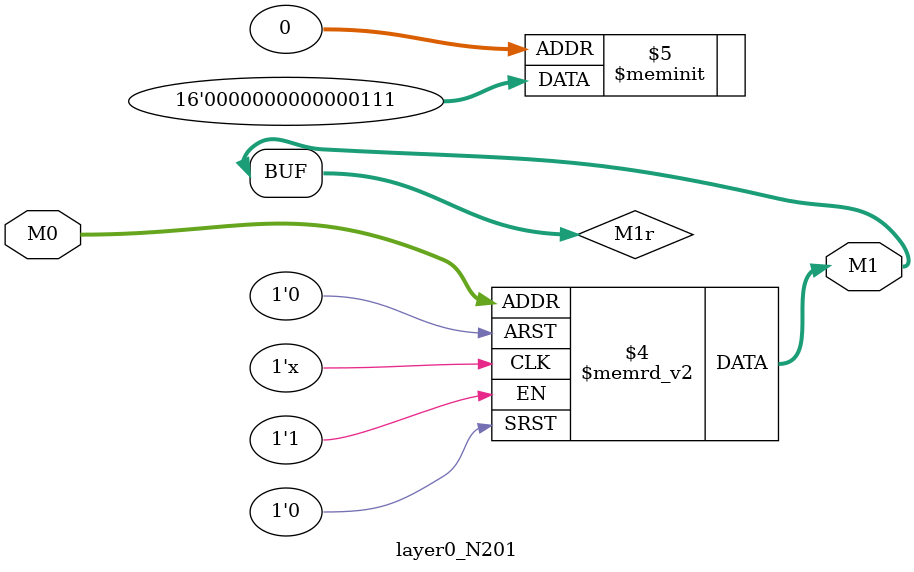
<source format=v>
module layer0_N201 ( input [2:0] M0, output [1:0] M1 );

	(*rom_style = "distributed" *) reg [1:0] M1r;
	assign M1 = M1r;
	always @ (M0) begin
		case (M0)
			3'b000: M1r = 2'b11;
			3'b100: M1r = 2'b00;
			3'b010: M1r = 2'b00;
			3'b110: M1r = 2'b00;
			3'b001: M1r = 2'b01;
			3'b101: M1r = 2'b00;
			3'b011: M1r = 2'b00;
			3'b111: M1r = 2'b00;

		endcase
	end
endmodule

</source>
